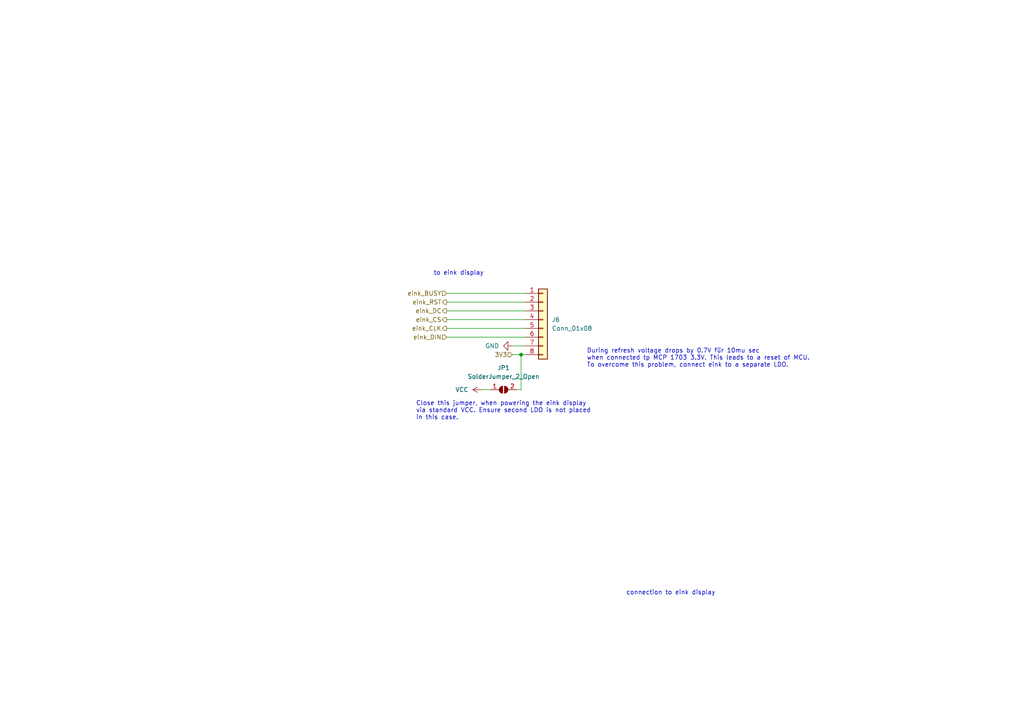
<source format=kicad_sch>
(kicad_sch (version 20211123) (generator eeschema)
  (paper "A4")
  (lib_symbols
    (symbol "Connector_Generic:Conn_01x08" (pin_names (offset 1.016) hide)
      (property "Reference" "J" (at 0 10.16 0))
      (property "Value" "Conn_01x08" (at 0 -12.7 0))
      (symbol "Conn_01x08_1_1"
        (rectangle (start -1.27 -10.033) (end 0 -10.287) (stroke (width 0.1524)))
        (rectangle (start -1.27 -7.493) (end 0 -7.747) (stroke (width 0.1524)))
        (rectangle (start -1.27 -4.953) (end 0 -5.207) (stroke (width 0.1524)))
        (rectangle (start -1.27 -2.413) (end 0 -2.667) (stroke (width 0.1524)))
        (rectangle (start -1.27 0.127) (end 0 -0.127) (stroke (width 0.1524)))
        (rectangle (start -1.27 2.667) (end 0 2.413) (stroke (width 0.1524)))
        (rectangle (start -1.27 5.207) (end 0 4.953) (stroke (width 0.1524)))
        (rectangle (start -1.27 7.747) (end 0 7.493) (stroke (width 0.1524)))
        (rectangle (start -1.27 8.89) (end 1.27 -11.43) (stroke (width 0.254)) (fill (type background)))
        (pin passive line (at -5.08 7.62 0) (length 3.81) (name "Pin_1") (number "1"))
        (pin passive line (at -5.08 5.08 0) (length 3.81) (name "Pin_2") (number "2"))
        (pin passive line (at -5.08 2.54 0) (length 3.81) (name "Pin_3") (number "3"))
        (pin passive line (at -5.08 0 0) (length 3.81) (name "Pin_4") (number "4"))
        (pin passive line (at -5.08 -2.54 0) (length 3.81) (name "Pin_5") (number "5"))
        (pin passive line (at -5.08 -5.08 0) (length 3.81) (name "Pin_6") (number "6"))
        (pin passive line (at -5.08 -7.62 0) (length 3.81) (name "Pin_7") (number "7"))
        (pin passive line (at -5.08 -10.16 0) (length 3.81) (name "Pin_8") (number "8"))
      )
    )
    (symbol "Jumper:SolderJumper_2_Open" (pin_names (offset 0) hide)
      (property "Reference" "JP" (at 0 2.032 0))
      (property "Value" "SolderJumper_2_Open" (at 0 -2.54 0))
      (symbol "SolderJumper_2_Open_0_1"
        (arc (start -0.254 1.016) (mid -1.27 0) (end -0.254 -1.016))
        (arc (start -0.254 1.016) (mid -1.27 0) (end -0.254 -1.016) (fill (type outline)))
        (polyline (pts (xy -0.254 1.016) (xy -0.254 -1.016)))
        (polyline (pts (xy 0.254 1.016) (xy 0.254 -1.016)))
        (arc (start 0.254 -1.016) (mid 1.27 0) (end 0.254 1.016))
        (arc (start 0.254 -1.016) (mid 1.27 0) (end 0.254 1.016) (fill (type outline)))
      )
      (symbol "SolderJumper_2_Open_1_1"
        (pin passive line (at -3.81 0 0) (length 2.54) (name "A") (number "1"))
        (pin passive line (at 3.81 0 180) (length 2.54) (name "B") (number "2"))
      )
    )
    (symbol "power:GND" (power) (pin_names (offset 0))
      (property "Value" "GND" (at 0 -3.81 0))
      (symbol "GND_0_1"
        (polyline (pts (xy 0 0) (xy 0 -1.27) (xy 1.27 -1.27) (xy 0 -2.54) (xy -1.27 -1.27) (xy 0 -1.27)))
      )
      (symbol "GND_1_1"
        (pin power_in line (at 0 0 270) (length 0) hide (name "GND") (number "1"))
      )
    )
    (symbol "power:VCC" (power) (pin_names (offset 0))
      (property "Value" "VCC" (at 0 3.81 0))
      (symbol "VCC_0_1"
        (polyline (pts (xy -0.762 1.27) (xy 0 2.54)))
        (polyline (pts (xy 0 0) (xy 0 2.54)))
        (polyline (pts (xy 0 2.54) (xy 0.762 1.27)))
      )
      (symbol "VCC_1_1"
        (pin power_in line (at 0 0 90) (length 0) hide (name "VCC") (number "1"))
      )
    )
  )
  (junction (at 151.13 102.87))
  (wire (pts (xy 139.7 113.03) (xy 142.24 113.03)))
  (wire (pts (xy 129.54 92.71) (xy 152.4 92.71)))
  (wire (pts (xy 129.54 90.17) (xy 152.4 90.17)))
  (wire (pts (xy 148.59 102.87) (xy 151.13 102.87)))
  (wire (pts (xy 129.54 85.09) (xy 152.4 85.09)))
  (wire (pts (xy 149.86 113.03) (xy 151.13 113.03)))
  (wire (pts (xy 151.13 102.87) (xy 152.4 102.87)))
  (wire (pts (xy 129.54 87.63) (xy 152.4 87.63)))
  (wire (pts (xy 129.54 97.79) (xy 152.4 97.79)))
  (wire (pts (xy 148.59 100.33) (xy 152.4 100.33)))
  (wire (pts (xy 129.54 95.25) (xy 152.4 95.25)))
  (wire (pts (xy 151.13 102.87) (xy 151.13 113.03)))
  (text "to eink display" (at 125.73 80.01 0) (effects (font (size 1.27 1.27)) (justify left bottom)))
  (text "Close this jumper, when powering the eink display\nvia standard VCC. Ensure second LDO is not placed\nin this case." (at 120.65 121.92 0) (effects (font (size 1.27 1.27)) (justify left bottom)))
  (text "During refresh voltage drops by 0.7V für 10mu sec \nwhen connected tp MCP 1703 3.3V. This leads to a reset of MCU.\nTo overcome this problem, connect eink to a separate LDO." (at 170.18 106.68 0) (effects (font (size 1.27 1.27)) (justify left bottom)))
  (text "connection to eink display" (at 181.61 172.72 0) (effects (font (size 1.27 1.27)) (justify left bottom)))
  (hierarchical_label "3V3" (shape input) (at 148.59 102.87 180))
  (hierarchical_label "eink_RST" (shape output) (at 129.54 87.63 180))
  (hierarchical_label "eink_BUSY" (shape input) (at 129.54 85.09 180))
  (hierarchical_label "eink_CS" (shape output) (at 129.54 92.71 180))
  (hierarchical_label "eink_DIN" (shape input) (at 129.54 97.79 180))
  (hierarchical_label "eink_CLK" (shape output) (at 129.54 95.25 180))
  (hierarchical_label "eink_DC" (shape output) (at 129.54 90.17 180))
  (symbol (lib_id "Jumper:SolderJumper_2_Open") (at 146.05 113.03 0) (unit 1)
    (property "Reference" "JP1" (at 146.05 106.68 0))
    (property "Value" "SolderJumper_2_Open" (at 146.05 109.22 0))
    (property "Footprint" "Jumper:SolderJumper-2_P1.3mm_Open_RoundedPad1.0x1.5mm" (effects hide))
  )
  (symbol (lib_id "power:VCC") (at 139.7 113.03 90) (unit 1)
    (property "Reference" "#PWR047" (effects hide))
    (property "Value" "VCC" (at 135.89 113.0299 90) (effects (justify left)))
  )
  (symbol (lib_id "Connector_Generic:Conn_01x08") (at 157.48 92.71 0) (unit 1)
    (property "Reference" "J6" (at 160.02 92.7099 0) (effects (justify left)))
    (property "Value" "Conn_01x08" (at 160.02 95.2499 0) (effects (justify left)))
    (property "Footprint" "Connector_PinHeader_2.54mm:PinHeader_1x08_P2.54mm_Horizontal" (effects hide))
  )
  (symbol (lib_id "power:GND") (at 148.59 100.33 270) (unit 1)
    (property "Reference" "#PWR039" (effects hide))
    (property "Value" "GND" (at 144.78 100.3299 90) (effects (justify right)))
  )
)
</source>
